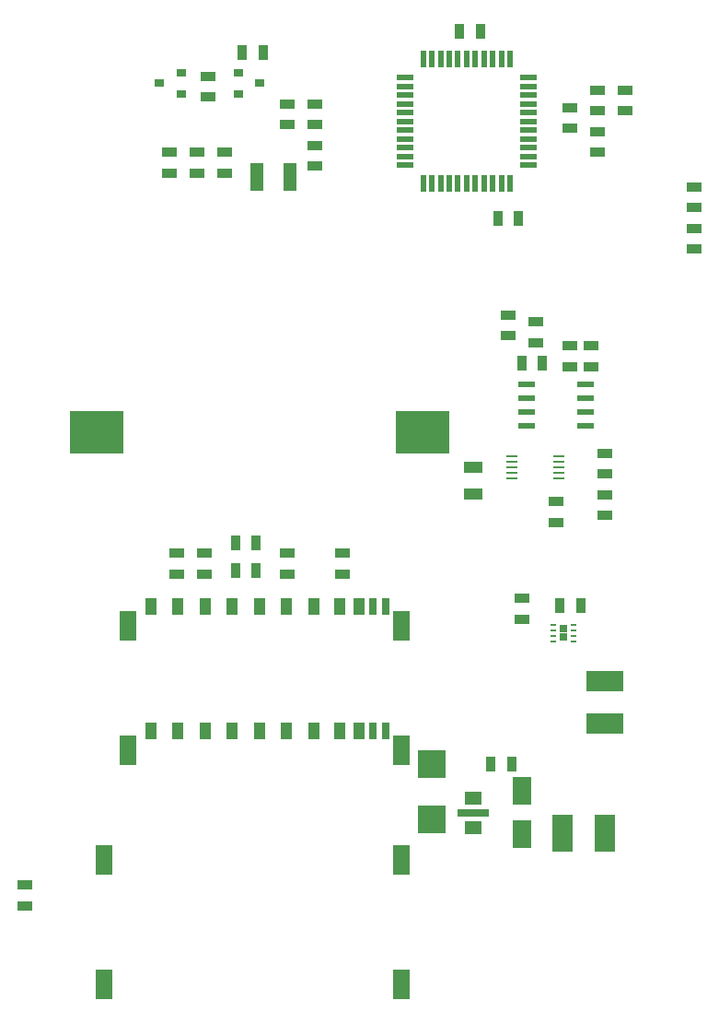
<source format=gbr>
%TF.GenerationSoftware,KiCad,Pcbnew,7.0.5.1-1-g8f565ef7f0-dirty-deb11*%
%TF.CreationDate,2023-07-05T15:02:26+00:00*%
%TF.ProjectId,DATALOGGER02,44415441-4c4f-4474-9745-5230322e6b69,rev?*%
%TF.SameCoordinates,Original*%
%TF.FileFunction,Paste,Bot*%
%TF.FilePolarity,Positive*%
%FSLAX46Y46*%
G04 Gerber Fmt 4.6, Leading zero omitted, Abs format (unit mm)*
G04 Created by KiCad (PCBNEW 7.0.5.1-1-g8f565ef7f0-dirty-deb11) date 2023-07-05 15:02:26*
%MOMM*%
%LPD*%
G01*
G04 APERTURE LIST*
%ADD10R,1.397000X0.889000*%
%ADD11R,1.100000X0.250000*%
%ADD12R,0.889000X1.397000*%
%ADD13R,2.499360X2.550160*%
%ADD14R,1.500000X1.300000*%
%ADD15R,3.000000X0.700000*%
%ADD16R,1.800860X2.499360*%
%ADD17R,1.900000X3.400000*%
%ADD18R,1.000000X1.500000*%
%ADD19R,0.700000X1.500000*%
%ADD20R,1.500000X2.800000*%
%ADD21R,0.750000X0.650000*%
%ADD22R,0.500000X0.250000*%
%ADD23R,1.500000X0.550000*%
%ADD24R,0.550000X1.500000*%
%ADD25R,1.800000X1.000000*%
%ADD26R,0.900000X0.800000*%
%ADD27R,3.400000X1.900000*%
%ADD28R,5.000000X4.000000*%
%ADD29R,1.270000X2.540000*%
%ADD30R,1.400000X0.899000*%
%ADD31R,1.400000X0.889000*%
%ADD32R,0.899000X1.400000*%
%ADD33R,0.889000X1.400000*%
%ADD34R,1.550000X0.600000*%
G04 APERTURE END LIST*
D10*
%TO.C,C18*%
X64770000Y46990000D03*
X64770000Y45085000D03*
%TD*%
%TO.C,R1*%
X29845000Y40322500D03*
X29845000Y42227500D03*
%TD*%
%TO.C,C7*%
X61595000Y36195000D03*
X61595000Y38100000D03*
%TD*%
%TO.C,R4*%
X45085000Y40322500D03*
X45085000Y42227500D03*
%TD*%
%TO.C,C8*%
X77470000Y70167500D03*
X77470000Y72072500D03*
%TD*%
%TO.C,C5*%
X77470000Y75882500D03*
X77470000Y73977500D03*
%TD*%
%TO.C,C16*%
X71120000Y84772500D03*
X71120000Y82867500D03*
%TD*%
%TO.C,C17*%
X42545000Y83502500D03*
X42545000Y81597500D03*
%TD*%
%TO.C,R8*%
X68580000Y80962500D03*
X68580000Y79057500D03*
%TD*%
%TO.C,R9*%
X68580000Y84772500D03*
X68580000Y82867500D03*
%TD*%
D11*
%TO.C,U4*%
X60715000Y49165000D03*
X60715000Y49665000D03*
X60715000Y50165000D03*
X60715000Y50665000D03*
X60715000Y51165000D03*
X65015000Y51165000D03*
X65015000Y50665000D03*
X65015000Y50165000D03*
X65015000Y49665000D03*
X65015000Y49165000D03*
%TD*%
D10*
%TO.C,C1*%
X29210000Y77152500D03*
X29210000Y79057500D03*
%TD*%
%TO.C,C2*%
X31750000Y77152500D03*
X31750000Y79057500D03*
%TD*%
%TO.C,C3*%
X34290000Y77152500D03*
X34290000Y79057500D03*
%TD*%
D12*
%TO.C,C4*%
X35877500Y88265000D03*
X37782500Y88265000D03*
%TD*%
D10*
%TO.C,C6*%
X42545000Y77787500D03*
X42545000Y79692500D03*
%TD*%
D13*
%TO.C,C9*%
X53340000Y17795240D03*
X53340000Y22844760D03*
%TD*%
D14*
%TO.C,C10*%
X57150000Y17065000D03*
D15*
X57150000Y18415000D03*
D14*
X57150000Y19765000D03*
%TD*%
D12*
%TO.C,C11*%
X37147500Y43180000D03*
X35242500Y43180000D03*
%TD*%
%TO.C,C12*%
X66992500Y37465000D03*
X65087500Y37465000D03*
%TD*%
%TO.C,C13*%
X58737500Y22860000D03*
X60642500Y22860000D03*
%TD*%
D10*
%TO.C,C14*%
X40005000Y83502500D03*
X40005000Y81597500D03*
%TD*%
D12*
%TO.C,C15*%
X37147500Y40640000D03*
X35242500Y40640000D03*
%TD*%
D16*
%TO.C,D2*%
X61595000Y16416020D03*
X61595000Y20413980D03*
%TD*%
D17*
%TO.C,F1*%
X65360000Y16510000D03*
X69260000Y16510000D03*
%TD*%
D18*
%TO.C,J7*%
X29955000Y37375000D03*
X32455000Y37375000D03*
X34955000Y37375000D03*
X37455000Y37375000D03*
X39955000Y37375000D03*
X42455000Y37375000D03*
X44885000Y37375000D03*
X46585000Y37375000D03*
X27455000Y37375000D03*
D19*
X47885000Y37375000D03*
X49085000Y37375000D03*
D20*
X23180000Y14075000D03*
X50480000Y35575000D03*
X50480000Y14075000D03*
X25380000Y35575000D03*
%TD*%
D10*
%TO.C,R2*%
X32385000Y40322500D03*
X32385000Y42227500D03*
%TD*%
%TO.C,R3*%
X40005000Y40322500D03*
X40005000Y42227500D03*
%TD*%
%TO.C,R5*%
X32702500Y86042500D03*
X32702500Y84137500D03*
%TD*%
%TO.C,R6*%
X69215000Y45720000D03*
X69215000Y47625000D03*
%TD*%
%TO.C,R7*%
X69215000Y51435000D03*
X69215000Y49530000D03*
%TD*%
D21*
%TO.C,U2*%
X65405000Y35325000D03*
X65405000Y34525000D03*
D22*
X64455000Y34175000D03*
X64455000Y34675000D03*
X64455000Y35175000D03*
X64455000Y35675000D03*
X66355000Y35675000D03*
X66355000Y35175000D03*
X66355000Y34675000D03*
X66355000Y34175000D03*
%TD*%
D23*
%TO.C,U3*%
X62215000Y85915000D03*
X62215000Y85115000D03*
X62215000Y84315000D03*
X62215000Y83515000D03*
X62215000Y82715000D03*
X62215000Y81915000D03*
X62215000Y81115000D03*
X62215000Y80315000D03*
X62215000Y79515000D03*
X62215000Y78715000D03*
X62215000Y77915000D03*
D24*
X60515000Y76215000D03*
X59715000Y76215000D03*
X58915000Y76215000D03*
X58115000Y76215000D03*
X57315000Y76215000D03*
X56515000Y76215000D03*
X55715000Y76215000D03*
X54915000Y76215000D03*
X54115000Y76215000D03*
X53315000Y76215000D03*
X52515000Y76215000D03*
D23*
X50815000Y77915000D03*
X50815000Y78715000D03*
X50815000Y79515000D03*
X50815000Y80315000D03*
X50815000Y81115000D03*
X50815000Y81915000D03*
X50815000Y82715000D03*
X50815000Y83515000D03*
X50815000Y84315000D03*
X50815000Y85115000D03*
X50815000Y85915000D03*
D24*
X52515000Y87615000D03*
X53315000Y87615000D03*
X54115000Y87615000D03*
X54915000Y87615000D03*
X55715000Y87615000D03*
X56515000Y87615000D03*
X57315000Y87615000D03*
X58115000Y87615000D03*
X58915000Y87615000D03*
X59715000Y87615000D03*
X60515000Y87615000D03*
%TD*%
D25*
%TO.C,Y2*%
X57150000Y50165000D03*
X57150000Y47665000D03*
%TD*%
D26*
%TO.C,U1*%
X35512500Y84457500D03*
X35512500Y86357500D03*
X37512500Y85407500D03*
%TD*%
D10*
%TO.C,R10*%
X15875000Y9842500D03*
X15875000Y11747500D03*
%TD*%
D27*
%TO.C,F2*%
X69215000Y26625000D03*
X69215000Y30525000D03*
%TD*%
D28*
%TO.C,BT3*%
X52465000Y53340000D03*
X22465000Y53340000D03*
%TD*%
D26*
%TO.C,U5*%
X30257500Y86357500D03*
X30257500Y84457500D03*
X28257500Y85407500D03*
%TD*%
D29*
%TO.C,L1*%
X37211000Y76835000D03*
X40259000Y76835000D03*
%TD*%
D12*
%TO.C,C19*%
X55880000Y90170000D03*
X57785000Y90170000D03*
%TD*%
%TO.C,C20*%
X59372500Y73025000D03*
X61277500Y73025000D03*
%TD*%
D10*
%TO.C,C21*%
X66040000Y83185000D03*
X66040000Y81280000D03*
%TD*%
D18*
%TO.C,J34*%
X29955000Y25945000D03*
X32455000Y25945000D03*
X34955000Y25945000D03*
X37455000Y25945000D03*
X39955000Y25945000D03*
X42455000Y25945000D03*
X44885000Y25945000D03*
X46585000Y25945000D03*
X27455000Y25945000D03*
D19*
X47885000Y25945000D03*
X49085000Y25945000D03*
D20*
X23180000Y2645000D03*
X50480000Y2645000D03*
X50480000Y24145000D03*
X25380000Y24145000D03*
%TD*%
D30*
%TO.C,C22*%
X60325000Y62230000D03*
D31*
X60325000Y64135000D03*
%TD*%
D30*
%TO.C,R11*%
X66040000Y61277500D03*
D31*
X66040000Y59372500D03*
%TD*%
D30*
%TO.C,R12*%
X67945000Y61277500D03*
D31*
X67945000Y59372500D03*
%TD*%
D30*
%TO.C,R15*%
X62865000Y63500000D03*
D31*
X62865000Y61595000D03*
%TD*%
D32*
%TO.C,R16*%
X63500000Y59690000D03*
D33*
X61595000Y59690000D03*
%TD*%
D34*
%TO.C,U6*%
X67470000Y57785000D03*
X67470000Y56515000D03*
X67470000Y55245000D03*
X67470000Y53975000D03*
X62070000Y53975000D03*
X62070000Y55245000D03*
X62070000Y56515000D03*
X62070000Y57785000D03*
%TD*%
M02*

</source>
